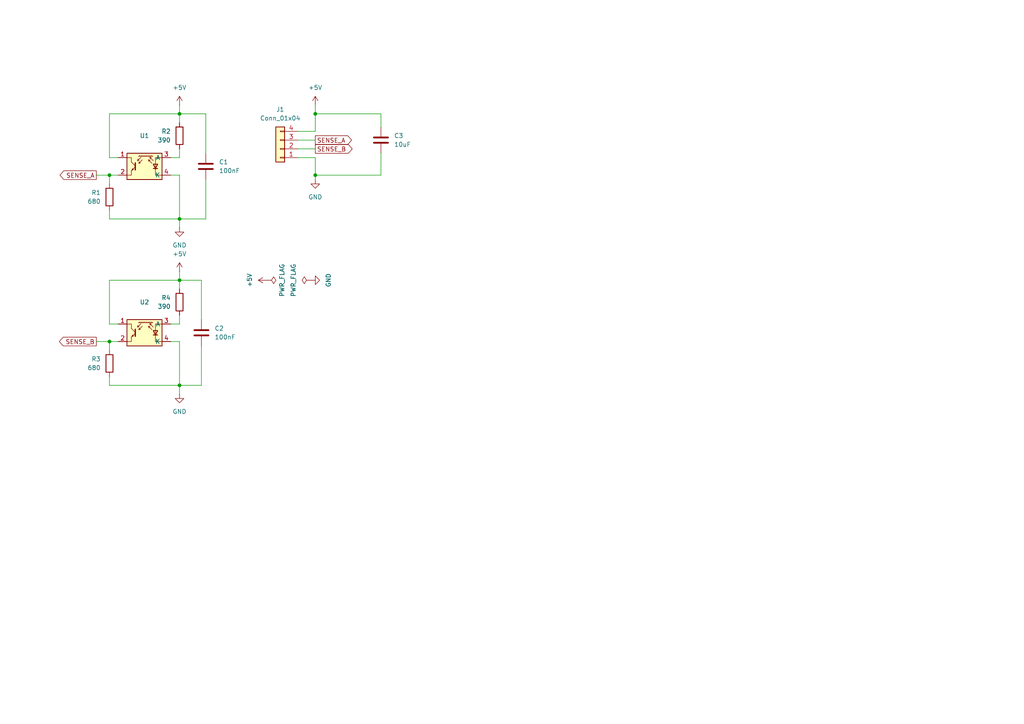
<source format=kicad_sch>
(kicad_sch (version 20250114) (generator "eeschema") (generator_version "9.0")
  (paper "A4")
  (lib_symbols
    (symbol "Connector_Generic:Conn_01x04" (pin_names (offset 1.016) (hide yes))
      (property "Reference" "J" (at 0 5.08 0))
      (property "Value" "Conn_01x04" (at 0 -7.62 0))
      (symbol "Conn_01x04_1_1"
        (rectangle (start -1.27 3.81) (end 1.27 -6.35) (stroke (width 0.254)) (fill (type background)))
        (rectangle (start -1.27 2.667) (end 0 2.413) (stroke (width 0.1524)))
        (rectangle (start -1.27 0.127) (end 0 -0.127) (stroke (width 0.1524)))
        (rectangle (start -1.27 -2.413) (end 0 -2.667) (stroke (width 0.1524)))
        (rectangle (start -1.27 -4.953) (end 0 -5.207) (stroke (width 0.1524)))
        (pin passive line (at -5.08 2.54 0) (length 3.81) (name "Pin_1") (number "1"))
        (pin passive line (at -5.08 0 0) (length 3.81) (name "Pin_2") (number "2"))
        (pin passive line (at -5.08 -2.54 0) (length 3.81) (name "Pin_3") (number "3"))
        (pin passive line (at -5.08 -5.08 0) (length 3.81) (name "Pin_4") (number "4"))
      )
    )
    (symbol "Device:C" (pin_numbers (hide yes)) (pin_names (offset 0.254))
      (property "Reference" "C" (at 0.635 2.54 0))
      (property "Value" "C" (at 0.635 -2.54 0))
      (symbol "C_0_1"
        (polyline (pts (xy -2.032 0.762) (xy 2.032 0.762)) (stroke (width 0.508)))
        (polyline (pts (xy -2.032 -0.762) (xy 2.032 -0.762)) (stroke (width 0.508)))
      )
      (symbol "C_1_1"
        (pin passive line (at 0 3.81 270) (length 2.794) (name "~") (number "1"))
        (pin passive line (at 0 -3.81 90) (length 2.794) (name "~") (number "2"))
      )
    )
    (symbol "Device:R" (pin_numbers (hide yes)) (pin_names (offset 0))
      (property "Reference" "R" (at 2.032 0 90))
      (property "Value" "R" (at 0 0 90))
      (symbol "R_0_1"
        (rectangle (start -1.016 -2.54) (end 1.016 2.54) (stroke (width 0.254)))
      )
      (symbol "R_1_1"
        (pin passive line (at 0 3.81 270) (length 1.27) (name "~") (number "1"))
        (pin passive line (at 0 -3.81 90) (length 1.27) (name "~") (number "2"))
      )
    )
    (symbol "open-servo-controller:ITR1204SR10A_TR(BY)"
      (property "Reference" "U" (at 0 3.81 0))
      (property "Value" "ITR1204SR10A_TR(BY)" (at 0 -2.54 0))
      (symbol "ITR1204SR10A_TR(BY)_0_1"
        (polyline (pts (xy -3.81 3.81) (xy -3.81 5.08) (xy -5.08 5.08)))
        (polyline (pts (xy -3.81 1.27) (xy -3.81 0) (xy -5.08 0)))
        (polyline (pts (xy -3.683 1.397) (xy -3.429 1.905) (xy -3.175 1.651) (xy -3.683 1.397)))
        (polyline (pts (xy -2.667 3.556) (xy -2.667 1.524) (xy -2.667 1.524)) (stroke (width 0.3556)))
        (polyline (pts (xy -2.667 2.667) (xy -3.81 3.81)))
        (polyline (pts (xy -2.667 2.413) (xy -3.81 1.27)))
        (polyline (pts (xy -2.032 4.191) (xy -1.524 4.318)))
        (polyline (pts (xy -1.778 5.461) (xy 2.413 5.461)))
        (polyline (pts (xy -1.651 3.429) (xy -1.143 3.556)))
        (polyline (pts (xy -1.27 5.461) (xy -1.524 5.715)))
        (polyline (pts (xy -1.016 5.207) (xy -2.032 4.191) (xy -1.905 4.699)))
        (polyline (pts (xy -0.762 5.461) (xy -1.016 5.715)))
        (polyline (pts (xy -0.635 4.445) (xy -1.651 3.429) (xy -1.524 3.937)))
        (polyline (pts (xy -0.254 5.461) (xy -0.508 5.715)))
        (polyline (pts (xy 0.254 5.461) (xy 0 5.715)))
        (polyline (pts (xy 0.762 5.461) (xy 0.508 5.715)))
        (polyline (pts (xy 1.143 4.445) (xy 1.27 3.937)))
        (polyline (pts (xy 1.27 5.461) (xy 1.016 5.715)))
        (polyline (pts (xy 1.524 5.207) (xy 1.651 4.699)))
        (polyline (pts (xy 1.778 5.461) (xy 1.524 5.715)))
        (polyline (pts (xy 2.159 3.429) (xy 1.143 4.445) (xy 1.651 4.318)))
        (polyline (pts (xy 2.286 5.461) (xy 2.032 5.715)))
        (polyline (pts (xy 2.54 4.191) (xy 1.524 5.207) (xy 2.032 5.08)))
        (polyline (pts (xy 3.175 1.905) (xy 3.81 3.175) (xy 2.54 3.175) (xy 3.175 1.905)) (stroke (width 0.254)))
        (polyline (pts (xy 3.81 1.905) (xy 2.54 1.905)) (stroke (width 0.254)))
        (polyline (pts (xy 5.08 0) (xy 3.175 0) (xy 3.175 5.08) (xy 5.08 5.08)))
        (polyline (pts (xy 5.08 -1.27) (xy -5.08 -1.27) (xy -5.08 6.35) (xy 5.08 6.35) (xy 5.08 -1.27)) (stroke (width 0.254)) (fill (type background)))
      )
      (symbol "ITR1204SR10A_TR(BY)_1_1"
        (pin passive line (at -7.62 5.08 0) (length 2.54) (name "~") (number "1"))
        (pin passive line (at -7.62 0 0) (length 2.54) (name "~") (number "2"))
        (pin passive line (at 7.62 5.08 180) (length 2.54) (name "A") (number "3"))
        (pin passive line (at 7.62 0 180) (length 2.54) (name "K") (number "4"))
      )
    )
    (symbol "power:+5V" (power) (pin_numbers (hide yes)) (pin_names (offset 0) (hide yes))
      (property "Value" "+5V" (at 0 3.556 0))
      (symbol "+5V_0_1"
        (polyline (pts (xy -0.762 1.27) (xy 0 2.54)))
        (polyline (pts (xy 0 2.54) (xy 0.762 1.27)))
        (polyline (pts (xy 0 0) (xy 0 2.54)))
      )
      (symbol "+5V_1_1"
        (pin power_in line (at 0 0 90) (length 0) (name "~") (number "1"))
      )
    )
    (symbol "power:GND" (power) (pin_numbers (hide yes)) (pin_names (offset 0) (hide yes))
      (property "Value" "GND" (at 0 -3.81 0))
      (symbol "GND_0_1"
        (polyline (pts (xy 0 0) (xy 0 -1.27) (xy 1.27 -1.27) (xy 0 -2.54) (xy -1.27 -1.27) (xy 0 -1.27)))
      )
      (symbol "GND_1_1"
        (pin power_in line (at 0 0 270) (length 0) (name "~") (number "1"))
      )
    )
    (symbol "power:PWR_FLAG" (power) (pin_numbers (hide yes)) (pin_names (offset 0) (hide yes))
      (property "Value" "PWR_FLAG" (at 0 3.81 0))
      (symbol "PWR_FLAG_0_0"
        (pin power_out line (at 0 0 90) (length 0) (name "~") (number "1"))
      )
      (symbol "PWR_FLAG_0_1"
        (polyline (pts (xy 0 0) (xy 0 1.27) (xy -1.016 1.905) (xy 0 2.54) (xy 1.016 1.905) (xy 0 1.27)))
      )
    )
  )
  (junction (at 52.07 33.02))
  (junction (at 31.75 99.06))
  (junction (at 31.75 50.8))
  (junction (at 91.44 50.8))
  (junction (at 52.07 81.28))
  (junction (at 91.44 33.02))
  (junction (at 52.07 111.76))
  (junction (at 52.07 63.5))
  (wire (pts (xy 52.07 91.44) (xy 52.07 93.98)))
  (wire (pts (xy 52.07 111.76) (xy 52.07 114.3)))
  (wire (pts (xy 31.75 81.28) (xy 31.75 93.98)))
  (wire (pts (xy 31.75 53.34) (xy 31.75 50.8)))
  (wire (pts (xy 110.49 33.02) (xy 110.49 36.83)))
  (wire (pts (xy 27.94 99.06) (xy 31.75 99.06)))
  (wire (pts (xy 52.07 45.72) (xy 49.53 45.72)))
  (wire (pts (xy 91.44 43.18) (xy 86.36 43.18)))
  (wire (pts (xy 52.07 30.48) (xy 52.07 33.02)))
  (wire (pts (xy 59.69 63.5) (xy 52.07 63.5)))
  (wire (pts (xy 52.07 111.76) (xy 31.75 111.76)))
  (wire (pts (xy 58.42 92.71) (xy 58.42 81.28)))
  (wire (pts (xy 31.75 33.02) (xy 31.75 45.72)))
  (wire (pts (xy 27.94 50.8) (xy 31.75 50.8)))
  (wire (pts (xy 91.44 33.02) (xy 110.49 33.02)))
  (wire (pts (xy 52.07 33.02) (xy 52.07 35.56)))
  (wire (pts (xy 52.07 99.06) (xy 49.53 99.06)))
  (wire (pts (xy 52.07 99.06) (xy 52.07 111.76)))
  (wire (pts (xy 91.44 50.8) (xy 110.49 50.8)))
  (wire (pts (xy 59.69 44.45) (xy 59.69 33.02)))
  (wire (pts (xy 58.42 81.28) (xy 52.07 81.28)))
  (wire (pts (xy 91.44 33.02) (xy 91.44 38.1)))
  (wire (pts (xy 52.07 78.74) (xy 52.07 81.28)))
  (wire (pts (xy 31.75 109.22) (xy 31.75 111.76)))
  (wire (pts (xy 59.69 33.02) (xy 52.07 33.02)))
  (wire (pts (xy 59.69 52.07) (xy 59.69 63.5)))
  (wire (pts (xy 31.75 99.06) (xy 31.75 101.6)))
  (wire (pts (xy 52.07 33.02) (xy 31.75 33.02)))
  (wire (pts (xy 52.07 63.5) (xy 52.07 66.04)))
  (wire (pts (xy 31.75 60.96) (xy 31.75 63.5)))
  (wire (pts (xy 52.07 50.8) (xy 49.53 50.8)))
  (wire (pts (xy 34.29 93.98) (xy 31.75 93.98)))
  (wire (pts (xy 58.42 100.33) (xy 58.42 111.76)))
  (wire (pts (xy 91.44 50.8) (xy 91.44 52.07)))
  (wire (pts (xy 31.75 45.72) (xy 34.29 45.72)))
  (wire (pts (xy 52.07 63.5) (xy 31.75 63.5)))
  (wire (pts (xy 52.07 81.28) (xy 31.75 81.28)))
  (wire (pts (xy 91.44 40.64) (xy 86.36 40.64)))
  (wire (pts (xy 58.42 111.76) (xy 52.07 111.76)))
  (wire (pts (xy 52.07 43.18) (xy 52.07 45.72)))
  (wire (pts (xy 91.44 30.48) (xy 91.44 33.02)))
  (wire (pts (xy 86.36 38.1) (xy 91.44 38.1)))
  (wire (pts (xy 91.44 45.72) (xy 91.44 50.8)))
  (wire (pts (xy 31.75 99.06) (xy 34.29 99.06)))
  (wire (pts (xy 110.49 50.8) (xy 110.49 44.45)))
  (wire (pts (xy 86.36 45.72) (xy 91.44 45.72)))
  (wire (pts (xy 52.07 50.8) (xy 52.07 63.5)))
  (wire (pts (xy 31.75 50.8) (xy 34.29 50.8)))
  (wire (pts (xy 52.07 93.98) (xy 49.53 93.98)))
  (wire (pts (xy 52.07 81.28) (xy 52.07 83.82)))
  (global_label "SENSE_B" (shape output) (at 91.44 43.18 0) (property "Intersheetrefs" "${INTERSHEET_REFS}" (effects (hide yes))))
  (global_label "SENSE_A" (shape output) (at 91.44 40.64 0) (property "Intersheetrefs" "${INTERSHEET_REFS}" (effects (hide yes))))
  (global_label "SENSE_B" (shape output) (at 27.94 99.06 180) (property "Intersheetrefs" "${INTERSHEET_REFS}" (effects (hide yes))))
  (global_label "SENSE_A" (shape output) (at 27.94 50.8 180) (property "Intersheetrefs" "${INTERSHEET_REFS}" (effects (hide yes))))
  (symbol (lib_id "power:PWR_FLAG") (at 77.47 81.28 270) (unit 1)
    (property "Reference" "#FLG01" (effects (hide yes)))
    (property "Value" "PWR_FLAG" (at 81.788 86.106 0) (effects (justify right)))
    (property "Description" "Special symbol for telling ERC where power comes from" (effects (hide yes)))
  )
  (symbol (lib_id "power:+5V") (at 91.44 30.48 0) (unit 1)
    (property "Reference" "#PWR02" (effects (hide yes)))
    (property "Value" "+5V" (at 91.44 25.4 0))
    (property "Description" "Power symbol creates a global label with name \"+5V\"" (effects (hide yes)))
  )
  (symbol (lib_id "Device:R") (at 31.75 105.41 0) (mirror y) (unit 1)
    (property "Reference" "R3" (at 29.21 104.14 0) (effects (justify left)))
    (property "Value" "680" (at 29.21 106.68 0) (effects (justify left)))
    (property "Footprint" "Resistor_SMD:R_0805_2012Metric_Pad1.20x1.40mm_HandSolder" (effects (hide yes)))
    (property "LCSC" "C22548" (effects (hide yes)))
  )
  (symbol (lib_id "power:GND") (at 90.17 81.28 90) (unit 1)
    (property "Reference" "#PWR010" (effects (hide yes)))
    (property "Value" "GND" (at 95.25 81.28 0))
    (property "Description" "Power symbol creates a global label with name \"GND\" , ground" (effects (hide yes)))
  )
  (symbol (lib_id "power:+5V") (at 52.07 78.74 0) (unit 1)
    (property "Reference" "#PWR03" (effects (hide yes)))
    (property "Value" "+5V" (at 52.07 73.66 0))
    (property "Description" "Power symbol creates a global label with name \"+5V\"" (effects (hide yes)))
  )
  (symbol (lib_id "open-servo-controller:ITR1204SR10A_TR(BY)") (at 41.91 50.8 0) (unit 1)
    (property "Reference" "U1" (at 41.91 39.37 0))
    (property "Value" "ITR1204SR10A_TR(BY)" (effects (hide yes)))
    (property "Footprint" "open-servo-controller:OPTO-SMD-4_ITR1204SR10A" (effects (hide yes)))
    (property "Datasheet" "https://item.szlcsc.com/481858.html?ref=editor&logined=true" (effects (hide yes)))
    (property "LCSC" "C475373" (effects (hide yes)))
  )
  (symbol (lib_id "power:+5V") (at 52.07 30.48 0) (unit 1)
    (property "Reference" "#PWR01" (effects (hide yes)))
    (property "Value" "+5V" (at 52.07 25.4 0))
    (property "Description" "Power symbol creates a global label with name \"+5V\"" (effects (hide yes)))
  )
  (symbol (lib_id "power:GND") (at 52.07 114.3 0) (unit 1)
    (property "Reference" "#PWR05" (effects (hide yes)))
    (property "Value" "GND" (at 52.07 119.38 0))
    (property "Description" "Power symbol creates a global label with name \"GND\" , ground" (effects (hide yes)))
  )
  (symbol (lib_id "Device:C") (at 110.49 40.64 0) (unit 1)
    (property "Reference" "C3" (at 114.3 39.3699 0) (effects (justify left)))
    (property "Value" "10uF" (at 114.3 41.9099 0) (effects (justify left)))
    (property "Footprint" "Capacitor_SMD:C_0805_2012Metric_Pad1.18x1.45mm_HandSolder" (effects (hide yes)))
    (property "Description" "Unpolarized capacitor" (effects (hide yes)))
  )
  (symbol (lib_id "power:GND") (at 52.07 66.04 0) (unit 1)
    (property "Reference" "#PWR04" (effects (hide yes)))
    (property "Value" "GND" (at 52.07 71.12 0))
    (property "Description" "Power symbol creates a global label with name \"GND\" , ground" (effects (hide yes)))
  )
  (symbol (lib_id "Device:C") (at 58.42 96.52 0) (unit 1)
    (property "Reference" "C2" (at 62.23 95.2499 0) (effects (justify left)))
    (property "Value" "100nF" (at 62.23 97.7899 0) (effects (justify left)))
    (property "Footprint" "Capacitor_SMD:C_0805_2012Metric_Pad1.18x1.45mm_HandSolder" (effects (hide yes)))
    (property "Description" "Unpolarized capacitor" (effects (hide yes)))
  )
  (symbol (lib_id "Connector_Generic:Conn_01x04") (at 81.28 43.18 180) (unit 1)
    (property "Reference" "J1" (at 81.28 31.75 0))
    (property "Value" "Conn_01x04" (at 81.28 34.29 0))
    (property "Footprint" "Connector_PinHeader_2.54mm:PinHeader_1x04_P2.54mm_Vertical" (effects (hide yes)))
    (property "LCSC" "C780062" (effects (hide yes)))
  )
  (symbol (lib_id "power:GND") (at 91.44 52.07 0) (unit 1)
    (property "Reference" "#PWR06" (effects (hide yes)))
    (property "Value" "GND" (at 91.44 57.15 0))
    (property "Description" "Power symbol creates a global label with name \"GND\" , ground" (effects (hide yes)))
  )
  (symbol (lib_id "Device:C") (at 59.69 48.26 0) (unit 1)
    (property "Reference" "C1" (at 63.5 46.9899 0) (effects (justify left)))
    (property "Value" "100nF" (at 63.5 49.5299 0) (effects (justify left)))
    (property "Footprint" "Capacitor_SMD:C_0805_2012Metric_Pad1.18x1.45mm_HandSolder" (effects (hide yes)))
    (property "Description" "Unpolarized capacitor" (effects (hide yes)))
  )
  (symbol (lib_id "power:PWR_FLAG") (at 90.17 81.28 90) (unit 1)
    (property "Reference" "#FLG02" (effects (hide yes)))
    (property "Value" "PWR_FLAG" (at 85.09 81.28 0))
    (property "Description" "Special symbol for telling ERC where power comes from" (effects (hide yes)))
  )
  (symbol (lib_id "Device:R") (at 52.07 87.63 0) (mirror x) (unit 1)
    (property "Reference" "R4" (at 49.53 86.36 0) (effects (justify right)))
    (property "Value" "390" (at 49.53 88.9 0) (effects (justify right)))
    (property "Footprint" "Resistor_SMD:R_0805_2012Metric_Pad1.20x1.40mm_HandSolder" (effects (hide yes)))
    (property "Datasheet" "https://datasheet.lcsc.com/lcsc/2304140030_YAGEO-AC0603FR-07100RL_C125923.pdf" (effects (hide yes)))
    (property "LCSC" "C125923" (effects (hide yes)))
  )
  (symbol (lib_id "open-servo-controller:ITR1204SR10A_TR(BY)") (at 41.91 99.06 0) (unit 1)
    (property "Reference" "U2" (at 41.91 87.63 0))
    (property "Value" "ITR1204SR10A_TR(BY)" (effects (hide yes)))
    (property "Footprint" "open-servo-controller:OPTO-SMD-4_ITR1204SR10A" (effects (hide yes)))
    (property "Datasheet" "https://item.szlcsc.com/481858.html?ref=editor&logined=true" (effects (hide yes)))
    (property "LCSC" "C475373" (effects (hide yes)))
  )
  (symbol (lib_id "Device:R") (at 52.07 39.37 0) (mirror x) (unit 1)
    (property "Reference" "R2" (at 49.53 38.1 0) (effects (justify right)))
    (property "Value" "390" (at 49.53 40.64 0) (effects (justify right)))
    (property "Footprint" "Resistor_SMD:R_0805_2012Metric_Pad1.20x1.40mm_HandSolder" (effects (hide yes)))
    (property "Datasheet" "https://datasheet.lcsc.com/lcsc/2304140030_YAGEO-AC0603FR-07100RL_C125923.pdf" (effects (hide yes)))
    (property "LCSC" "C125923" (effects (hide yes)))
  )
  (symbol (lib_id "Device:R") (at 31.75 57.15 0) (mirror y) (unit 1)
    (property "Reference" "R1" (at 29.21 55.88 0) (effects (justify left)))
    (property "Value" "680" (at 29.21 58.42 0) (effects (justify left)))
    (property "Footprint" "Resistor_SMD:R_0805_2012Metric_Pad1.20x1.40mm_HandSolder" (effects (hide yes)))
    (property "LCSC" "C22548" (effects (hide yes)))
  )
  (symbol (lib_id "power:+5V") (at 77.47 81.28 90) (unit 1)
    (property "Reference" "#PWR09" (effects (hide yes)))
    (property "Value" "+5V" (at 72.39 81.28 0))
    (property "Description" "Power symbol creates a global label with name \"+5V\"" (effects (hide yes)))
  )
)
</source>
